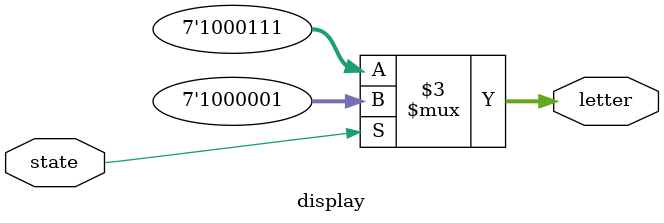
<source format=v>
`timescale 1ns / 1ps


module display(input state, output reg [6:0] letter);

always @ (*)
begin
    if (state)
        letter = 7'b1000001;
    else
        letter = 7'b1000111;
end
endmodule

</source>
